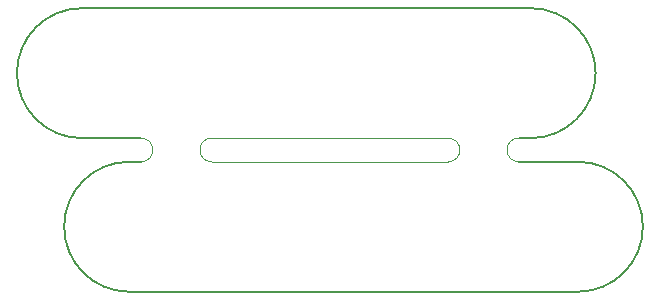
<source format=gbr>
G04 #@! TF.GenerationSoftware,KiCad,Pcbnew,(5.1.4)-1*
G04 #@! TF.CreationDate,2021-01-01T05:19:50-08:00*
G04 #@! TF.ProjectId,dboard,64626f61-7264-42e6-9b69-6361645f7063,rev?*
G04 #@! TF.SameCoordinates,Original*
G04 #@! TF.FileFunction,Profile,NP*
%FSLAX46Y46*%
G04 Gerber Fmt 4.6, Leading zero omitted, Abs format (unit mm)*
G04 Created by KiCad (PCBNEW (5.1.4)-1) date 2021-01-01 05:19:50*
%MOMM*%
%LPD*%
G04 APERTURE LIST*
%ADD10C,0.200000*%
%ADD11C,0.050000*%
G04 APERTURE END LIST*
D10*
X-16000000Y-13000000D02*
X-17000000Y-13000000D01*
X21000000Y-13000000D02*
G75*
G02X21000000Y-24000000I0J-5500000D01*
G01*
D11*
X-10000000Y-13000000D02*
G75*
G02X-10000000Y-11000000I0J1000000D01*
G01*
X16000000Y-13000000D02*
G75*
G02X16000000Y-11000000I0J1000000D01*
G01*
D10*
X-17000000Y-24000000D02*
G75*
G02X-17000000Y-13000000I0J5500000D01*
G01*
D11*
X-10000000Y-13000000D02*
X10000000Y-13000000D01*
D10*
X21000000Y-13000000D02*
X16000000Y-13000000D01*
X-17000000Y-24000000D02*
X21000000Y-24000000D01*
D11*
X10000000Y-11000000D02*
G75*
G02X10000000Y-13000000I0J-1000000D01*
G01*
X-16000000Y-11000000D02*
G75*
G02X-16000000Y-13000000I0J-1000000D01*
G01*
X10000000Y-11000000D02*
X-10000000Y-11000000D01*
D10*
X-21000000Y-11000000D02*
X-16000000Y-11000000D01*
X17000000Y0D02*
G75*
G02X17000000Y-11000000I0J-5500000D01*
G01*
X16000000Y-11000000D02*
X17000000Y-11000000D01*
X-21000000Y-11000000D02*
G75*
G02X-21000000Y0I0J5500000D01*
G01*
X17000000Y0D02*
X-21000000Y0D01*
M02*

</source>
